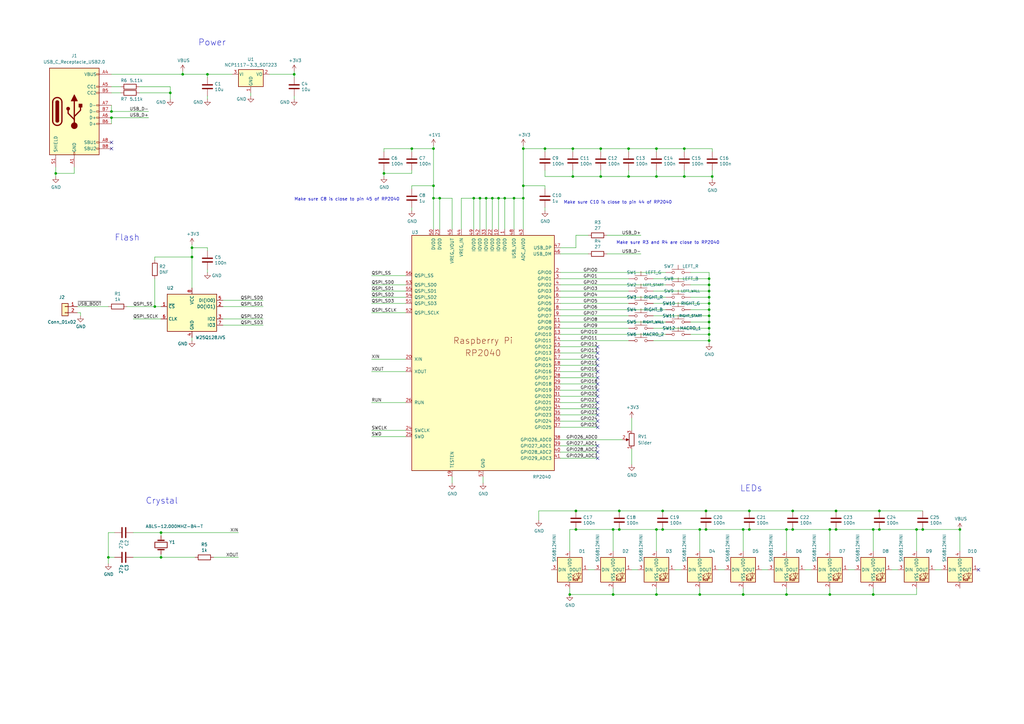
<source format=kicad_sch>
(kicad_sch (version 20211123) (generator eeschema)
  (paper "A3")
  (title_block (title "RP2040 Minimal Design Example") (date "2020-12-18") (rev "REV1") (company "Raspberry Pi (Trading) Ltd"))
  (lib_symbols
    (symbol "Connector:USB_C_Receptacle_USB2.0" (pin_names (offset 1.016))
      (property "Reference" "J" (at -10.16 19.05 0))
      (property "Value" "USB_C_Receptacle_USB2.0" (at 19.05 19.05 0))
      (symbol "USB_C_Receptacle_USB2.0_1_1"
        (pin passive line (at 0 -22.86 90) (length 5.08) (name "GND") (number "A1"))
        (pin passive line (at 0 -22.86 90) (length 5.08) hide (name "GND") (number "A12"))
        (pin passive line (at 15.24 15.24 180) (length 5.08) (name "VBUS") (number "A4"))
        (pin bidirectional line (at 15.24 10.16 180) (length 5.08) (name "CC1") (number "A5"))
        (pin bidirectional line (at 15.24 -2.54 180) (length 5.08) (name "D+") (number "A6"))
        (pin bidirectional line (at 15.24 2.54 180) (length 5.08) (name "D-") (number "A7"))
        (pin bidirectional line (at 15.24 -12.7 180) (length 5.08) (name "SBU1") (number "A8"))
        (pin passive line (at 15.24 15.24 180) (length 5.08) hide (name "VBUS") (number "A9"))
        (pin passive line (at 0 -22.86 90) (length 5.08) hide (name "GND") (number "B1"))
        (pin passive line (at 0 -22.86 90) (length 5.08) hide (name "GND") (number "B12"))
        (pin passive line (at 15.24 15.24 180) (length 5.08) hide (name "VBUS") (number "B4"))
        (pin bidirectional line (at 15.24 7.62 180) (length 5.08) (name "CC2") (number "B5"))
        (pin bidirectional line (at 15.24 -5.08 180) (length 5.08) (name "D+") (number "B6"))
        (pin bidirectional line (at 15.24 0 180) (length 5.08) (name "D-") (number "B7"))
        (pin bidirectional line (at 15.24 -15.24 180) (length 5.08) (name "SBU2") (number "B8"))
        (pin passive line (at 15.24 15.24 180) (length 5.08) hide (name "VBUS") (number "B9"))
        (pin passive line (at -7.62 -22.86 90) (length 5.08) (name "SHIELD") (number "S1"))
      )
    )
    (symbol "Connector_Generic:Conn_01x02" (pin_names (offset 1.016) hide)
      (property "Reference" "J" (at 0 2.54 0))
      (property "Value" "Conn_01x02" (at 0 -5.08 0))
      (symbol "Conn_01x02_1_1"
        (pin passive line (at -5.08 0 0) (length 3.81) (name "Pin_1") (number "1"))
        (pin passive line (at -5.08 -2.54 0) (length 3.81) (name "Pin_2") (number "2"))
      )
    )
    (symbol "Device:C" (pin_numbers hide) (pin_names (offset 0.254))
      (property "Reference" "C" (at 0.635 2.54 0))
      (property "Value" "C" (at 0.635 -2.54 0))
      (symbol "C_1_1"
        (pin passive line (at 0 3.81 270) (length 2.794) (name "~") (number "1"))
        (pin passive line (at 0 -3.81 90) (length 2.794) (name "~") (number "2"))
      )
    )
    (symbol "Device:Crystal" (pin_numbers hide) (pin_names (offset 1.016) hide)
      (property "Reference" "Y" (at 0 3.81 0))
      (property "Value" "Crystal" (at 0 -3.81 0))
      (symbol "Crystal_1_1"
        (pin passive line (at -3.81 0 0) (length 1.27) (name "1") (number "1"))
        (pin passive line (at 3.81 0 180) (length 1.27) (name "2") (number "2"))
      )
    )
    (symbol "Device:R" (pin_numbers hide) (pin_names (offset 0))
      (property "Reference" "R" (at 2.032 0 90))
      (property "Value" "R" (at 0 0 90))
      (symbol "R_1_1"
        (pin passive line (at 0 3.81 270) (length 1.27) (name "~") (number "1"))
        (pin passive line (at 0 -3.81 90) (length 1.27) (name "~") (number "2"))
      )
    )
    (symbol "Device:R_Potentiometer" (pin_names (offset 1.016) hide)
      (property "Reference" "RV" (at -4.445 0 90))
      (property "Value" "R_Potentiometer" (at -2.54 0 90))
      (symbol "R_Potentiometer_1_1"
        (pin passive line (at 0 3.81 270) (length 1.27) (name "1") (number "1"))
        (pin passive line (at 3.81 0 180) (length 1.27) (name "2") (number "2"))
        (pin passive line (at 0 -3.81 90) (length 1.27) (name "3") (number "3"))
      )
    )
    (symbol "LED:SK6812MINI" (pin_names (offset 0.254))
      (property "Reference" "D" (at 5.08 5.715 0))
      (property "Value" "SK6812MINI" (at 1.27 -5.715 0))
      (symbol "SK6812MINI_0_0"
        (text "RGB" (at 2.286 -4.191 0) (effects (font (size 0.762 0.762))))
      )
      (symbol "SK6812MINI_1_1"
        (pin output line (at 7.62 0 180) (length 2.54) (name "DOUT") (number "1"))
        (pin power_in line (at 0 -7.62 90) (length 2.54) (name "VSS") (number "2"))
        (pin input line (at -7.62 0 0) (length 2.54) (name "DIN") (number "3"))
        (pin power_in line (at 0 7.62 270) (length 2.54) (name "VDD") (number "4"))
      )
    )
    (symbol "MCU_RaspberryPi_RP2040:RP2040" (pin_names (offset 1.016))
      (property "Reference" "U" (at -29.21 49.53 0))
      (property "Value" "RP2040" (at 24.13 -49.53 0))
      (symbol "RP2040_0_0"
        (text "Raspberry Pi" (at 0 5.08 0) (effects (font (size 2.54 2.54))))
        (text "RP2040" (at 0 0 0) (effects (font (size 2.54 2.54))))
      )
      (symbol "RP2040_1_1"
        (pin power_in line (at 8.89 50.8 270) (length 2.54) (name "IOVDD") (number "1"))
        (pin power_in line (at 6.35 50.8 270) (length 2.54) (name "IOVDD") (number "10"))
        (pin bidirectional line (at 31.75 12.7 180) (length 2.54) (name "GPIO8") (number "11"))
        (pin bidirectional line (at 31.75 10.16 180) (length 2.54) (name "GPIO9") (number "12"))
        (pin bidirectional line (at 31.75 7.62 180) (length 2.54) (name "GPIO10") (number "13"))
        (pin bidirectional line (at 31.75 5.08 180) (length 2.54) (name "GPIO11") (number "14"))
        (pin bidirectional line (at 31.75 2.54 180) (length 2.54) (name "GPIO12") (number "15"))
        (pin bidirectional line (at 31.75 0 180) (length 2.54) (name "GPIO13") (number "16"))
        (pin bidirectional line (at 31.75 -2.54 180) (length 2.54) (name "GPIO14") (number "17"))
        (pin bidirectional line (at 31.75 -5.08 180) (length 2.54) (name "GPIO15") (number "18"))
        (pin passive line (at -12.7 -50.8 90) (length 2.54) (name "TESTEN") (number "19"))
        (pin bidirectional line (at 31.75 33.02 180) (length 2.54) (name "GPIO0") (number "2"))
        (pin input line (at -31.75 -2.54 0) (length 2.54) (name "XIN") (number "20"))
        (pin passive line (at -31.75 -7.62 0) (length 2.54) (name "XOUT") (number "21"))
        (pin power_in line (at 3.81 50.8 270) (length 2.54) (name "IOVDD") (number "22"))
        (pin power_in line (at -17.78 50.8 270) (length 2.54) (name "DVDD") (number "23"))
        (pin output line (at -31.75 -31.75 0) (length 2.54) (name "SWCLK") (number "24"))
        (pin bidirectional line (at -31.75 -34.29 0) (length 2.54) (name "SWD") (number "25"))
        (pin input line (at -31.75 -20.32 0) (length 2.54) (name "RUN") (number "26"))
        (pin bidirectional line (at 31.75 -7.62 180) (length 2.54) (name "GPIO16") (number "27"))
        (pin bidirectional line (at 31.75 -10.16 180) (length 2.54) (name "GPIO17") (number "28"))
        (pin bidirectional line (at 31.75 -12.7 180) (length 2.54) (name "GPIO18") (number "29"))
        (pin bidirectional line (at 31.75 30.48 180) (length 2.54) (name "GPIO1") (number "3"))
        (pin bidirectional line (at 31.75 -15.24 180) (length 2.54) (name "GPIO19") (number "30"))
        (pin bidirectional line (at 31.75 -17.78 180) (length 2.54) (name "GPIO20") (number "31"))
        (pin bidirectional line (at 31.75 -20.32 180) (length 2.54) (name "GPIO21") (number "32"))
        (pin power_in line (at 1.27 50.8 270) (length 2.54) (name "IOVDD") (number "33"))
        (pin bidirectional line (at 31.75 -22.86 180) (length 2.54) (name "GPIO22") (number "34"))
        (pin bidirectional line (at 31.75 -25.4 180) (length 2.54) (name "GPIO23") (number "35"))
        (pin bidirectional line (at 31.75 -27.94 180) (length 2.54) (name "GPIO24") (number "36"))
        (pin bidirectional line (at 31.75 -30.48 180) (length 2.54) (name "GPIO25") (number "37"))
        (pin bidirectional line (at 31.75 -35.56 180) (length 2.54) (name "GPIO26_ADC0") (number "38"))
        (pin bidirectional line (at 31.75 -38.1 180) (length 2.54) (name "GPIO27_ADC1") (number "39"))
        (pin bidirectional line (at 31.75 27.94 180) (length 2.54) (name "GPIO2") (number "4"))
        (pin bidirectional line (at 31.75 -40.64 180) (length 2.54) (name "GPIO28_ADC2") (number "40"))
        (pin bidirectional line (at 31.75 -43.18 180) (length 2.54) (name "GPIO29_ADC3") (number "41"))
        (pin power_in line (at -1.27 50.8 270) (length 2.54) (name "IOVDD") (number "42"))
        (pin power_in line (at 16.51 50.8 270) (length 2.54) (name "ADC_AVDD") (number "43"))
        (pin power_in line (at -8.89 50.8 270) (length 2.54) (name "VREG_IN") (number "44"))
        (pin power_out line (at -12.7 50.8 270) (length 2.54) (name "VREG_VOUT") (number "45"))
        (pin bidirectional line (at 31.75 40.64 180) (length 2.54) (name "USB_DM") (number "46"))
        (pin bidirectional line (at 31.75 43.18 180) (length 2.54) (name "USB_DP") (number "47"))
        (pin power_in line (at 12.7 50.8 270) (length 2.54) (name "USB_VDD") (number "48"))
        (pin power_in line (at -3.81 50.8 270) (length 2.54) (name "IOVDD") (number "49"))
        (pin bidirectional line (at 31.75 25.4 180) (length 2.54) (name "GPIO3") (number "5"))
        (pin power_in line (at -20.32 50.8 270) (length 2.54) (name "DVDD") (number "50"))
        (pin bidirectional line (at -31.75 20.32 0) (length 2.54) (name "QSPI_SD3") (number "51"))
        (pin output line (at -31.75 16.51 0) (length 2.54) (name "QSPI_SCLK") (number "52"))
        (pin bidirectional line (at -31.75 27.94 0) (length 2.54) (name "QSPI_SD0") (number "53"))
        (pin bidirectional line (at -31.75 22.86 0) (length 2.54) (name "QSPI_SD2") (number "54"))
        (pin bidirectional line (at -31.75 25.4 0) (length 2.54) (name "QSPI_SD1") (number "55"))
        (pin bidirectional line (at -31.75 31.75 0) (length 2.54) (name "QSPI_SS") (number "56"))
        (pin power_in line (at 0 -50.8 90) (length 2.54) (name "GND") (number "57"))
        (pin bidirectional line (at 31.75 22.86 180) (length 2.54) (name "GPIO4") (number "6"))
        (pin bidirectional line (at 31.75 20.32 180) (length 2.54) (name "GPIO5") (number "7"))
        (pin bidirectional line (at 31.75 17.78 180) (length 2.54) (name "GPIO6") (number "8"))
        (pin bidirectional line (at 31.75 15.24 180) (length 2.54) (name "GPIO7") (number "9"))
      )
    )
    (symbol "Memory_Flash:W25Q128JVS"
      (property "Reference" "U" (at -8.89 8.89 0))
      (property "Value" "W25Q128JVS" (at 7.62 8.89 0))
      (symbol "W25Q128JVS_1_1"
        (pin input line (at -12.7 2.54 0) (length 2.54) (name "~{CS}") (number "1"))
        (pin bidirectional line (at 12.7 2.54 180) (length 2.54) (name "DO(IO1)") (number "2"))
        (pin bidirectional line (at 12.7 -2.54 180) (length 2.54) (name "IO2") (number "3"))
        (pin power_in line (at 0 -10.16 90) (length 2.54) (name "GND") (number "4"))
        (pin bidirectional line (at 12.7 5.08 180) (length 2.54) (name "DI(IO0)") (number "5"))
        (pin input line (at -12.7 -2.54 0) (length 2.54) (name "CLK") (number "6"))
        (pin bidirectional line (at 12.7 -5.08 180) (length 2.54) (name "IO3") (number "7"))
        (pin power_in line (at 0 10.16 270) (length 2.54) (name "VCC") (number "8"))
      )
    )
    (symbol "Regulator_Linear:NCP1117-3.3_SOT223" (pin_names (offset 0.254))
      (property "Reference" "U" (at -3.81 3.175 0))
      (property "Value" "NCP1117-3.3_SOT223" (at 0 3.175 0))
      (symbol "NCP1117-3.3_SOT223_1_1"
        (pin power_in line (at 0 -7.62 90) (length 2.54) (name "GND") (number "1"))
        (pin power_out line (at 7.62 0 180) (length 2.54) (name "VO") (number "2"))
        (pin power_in line (at -7.62 0 0) (length 2.54) (name "VI") (number "3"))
      )
    )
    (symbol "Switch:SW_Push" (pin_numbers hide) (pin_names (offset 1.016) hide)
      (property "Reference" "SW" (at 1.27 2.54 0))
      (property "Value" "SW_Push" (at 0 -1.524 0))
      (symbol "SW_Push_0_1"
        (pin passive line (at -5.08 0 0) (length 2.54) (name "1") (number "1"))
        (pin passive line (at 5.08 0 180) (length 2.54) (name "2") (number "2"))
      )
    )
    (symbol "power:+1V1" (power) (pin_names (offset 0))
      (property "Value" "+1V1" (at 0 3.556 0))
      (symbol "+1V1_1_1"
        (pin power_in line (at 0 0 90) (length 0) hide (name "+1V1") (number "1"))
      )
    )
    (symbol "power:+3V3" (power) (pin_names (offset 0))
      (property "Value" "+3V3" (at 0 3.556 0))
      (symbol "+3V3_1_1"
        (pin power_in line (at 0 0 90) (length 0) hide (name "+3V3") (number "1"))
      )
    )
    (symbol "power:GND" (power) (pin_names (offset 0))
      (property "Value" "GND" (at 0 -3.81 0))
      (symbol "GND_1_1"
        (pin power_in line (at 0 0 270) (length 0) hide (name "GND") (number "1"))
      )
    )
    (symbol "power:VBUS" (power) (pin_names (offset 0))
      (property "Value" "VBUS" (at 0 3.81 0))
      (symbol "VBUS_1_1"
        (pin power_in line (at 0 0 90) (length 0) hide (name "VBUS") (number "1"))
      )
    )
  )
  (junction (at 180.34 81.28))
  (junction (at 78.74 105.41))
  (junction (at 280.67 72.39))
  (junction (at 257.81 72.39))
  (junction (at 63.5 125.73))
  (junction (at 236.22 209.55))
  (junction (at 177.8 81.28))
  (junction (at 287.02 217.17))
  (junction (at 44.45 228.6))
  (junction (at 360.68 209.55))
  (junction (at 325.12 209.55))
  (junction (at 168.91 60.96))
  (junction (at 66.04 218.44))
  (junction (at 360.68 217.17))
  (junction (at 271.78 217.17))
  (junction (at 246.38 72.39))
  (junction (at 234.95 60.96))
  (junction (at 251.46 243.84))
  (junction (at 292.1 72.39))
  (junction (at 393.7 217.17))
  (junction (at 199.39 81.28))
  (junction (at 254 209.55))
  (junction (at 177.8 76.2))
  (junction (at 290.83 132.08))
  (junction (at 269.24 60.96))
  (junction (at 234.95 72.39))
  (junction (at 120.65 30.48))
  (junction (at 290.83 137.16))
  (junction (at 290.83 124.46))
  (junction (at 307.34 209.55))
  (junction (at 290.83 119.38))
  (junction (at 269.24 72.39))
  (junction (at 214.63 76.2))
  (junction (at 45.72 45.72))
  (junction (at 78.74 101.6))
  (junction (at 85.09 30.48))
  (junction (at 290.83 116.84))
  (junction (at 201.93 81.28))
  (junction (at 358.14 243.84))
  (junction (at 289.56 217.17))
  (junction (at 280.67 60.96))
  (junction (at 236.22 217.17))
  (junction (at 307.34 217.17))
  (junction (at 157.48 71.12))
  (junction (at 290.83 114.3))
  (junction (at 342.9 217.17))
  (junction (at 233.68 243.84))
  (junction (at 22.86 71.12))
  (junction (at 194.31 81.28))
  (junction (at 325.12 217.17))
  (junction (at 207.01 81.28))
  (junction (at 69.85 38.1))
  (junction (at 304.8 217.17))
  (junction (at 45.72 48.26))
  (junction (at 322.58 243.84))
  (junction (at 66.04 228.6))
  (junction (at 290.83 121.92))
  (junction (at 214.63 81.28))
  (junction (at 378.46 217.17))
  (junction (at 74.93 30.48))
  (junction (at 358.14 217.17))
  (junction (at 290.83 134.62))
  (junction (at 271.78 209.55))
  (junction (at 177.8 60.96))
  (junction (at 289.56 209.55))
  (junction (at 257.81 60.96))
  (junction (at 340.36 217.17))
  (junction (at 290.83 129.54))
  (junction (at 251.46 217.17))
  (junction (at 246.38 60.96))
  (junction (at 223.52 60.96))
  (junction (at 204.47 81.28))
  (junction (at 287.02 243.84))
  (junction (at 269.24 217.17))
  (junction (at 290.83 139.7))
  (junction (at 375.92 217.17))
  (junction (at 304.8 243.84))
  (junction (at 290.83 127))
  (junction (at 269.24 243.84))
  (junction (at 322.58 217.17))
  (junction (at 214.63 60.96))
  (junction (at 196.85 81.28))
  (junction (at 254 217.17))
  (junction (at 210.82 81.28))
  (junction (at 342.9 209.55))
  (junction (at 340.36 243.84))
  (no_connect (at 45.72 58.42))
  (no_connect (at 45.72 60.96))
  (no_connect (at 245.11 175.26))
  (no_connect (at 245.11 160.02))
  (no_connect (at 245.11 162.56))
  (no_connect (at 245.11 165.1))
  (no_connect (at 245.11 147.32))
  (no_connect (at 245.11 149.86))
  (no_connect (at 245.11 152.4))
  (no_connect (at 245.11 142.24))
  (no_connect (at 245.11 144.78))
  (no_connect (at 245.11 154.94))
  (no_connect (at 245.11 157.48))
  (no_connect (at 245.11 167.64))
  (no_connect (at 245.11 170.18))
  (no_connect (at 245.11 172.72))
  (no_connect (at 245.11 182.88))
  (no_connect (at 245.11 185.42))
  (no_connect (at 245.11 187.96))
  (no_connect (at 401.32 233.68))
  (wire (pts (xy 78.74 101.6) (xy 78.74 105.41)))
  (wire (pts (xy 180.34 81.28) (xy 177.8 81.28)))
  (wire (pts (xy 196.85 81.28) (xy 199.39 81.28)))
  (wire (pts (xy 157.48 69.85) (xy 157.48 71.12)))
  (wire (pts (xy 290.83 137.16) (xy 290.83 139.7)))
  (wire (pts (xy 229.87 160.02) (xy 245.11 160.02)))
  (wire (pts (xy 185.42 81.28) (xy 180.34 81.28)))
  (wire (pts (xy 229.87 154.94) (xy 245.11 154.94)))
  (wire (pts (xy 289.56 209.55) (xy 307.34 209.55)))
  (wire (pts (xy 294.64 233.68) (xy 297.18 233.68)))
  (wire (pts (xy 287.02 241.3) (xy 287.02 243.84)))
  (wire (pts (xy 267.97 129.54) (xy 290.83 129.54)))
  (wire (pts (xy 290.83 132.08) (xy 283.21 132.08)))
  (wire (pts (xy 269.24 241.3) (xy 269.24 243.84)))
  (wire (pts (xy 257.81 62.23) (xy 257.81 60.96)))
  (wire (pts (xy 304.8 217.17) (xy 307.34 217.17)))
  (wire (pts (xy 267.97 114.3) (xy 290.83 114.3)))
  (wire (pts (xy 189.23 93.98) (xy 189.23 81.28)))
  (wire (pts (xy 207.01 81.28) (xy 207.01 93.98)))
  (wire (pts (xy 340.36 241.3) (xy 340.36 243.84)))
  (wire (pts (xy 229.87 147.32) (xy 245.11 147.32)))
  (wire (pts (xy 236.22 96.52) (xy 236.22 101.6)))
  (wire (pts (xy 22.86 68.58) (xy 22.86 71.12)))
  (wire (pts (xy 63.5 105.41) (xy 78.74 105.41)))
  (wire (pts (xy 259.08 233.68) (xy 261.62 233.68)))
  (wire (pts (xy 194.31 81.28) (xy 196.85 81.28)))
  (wire (pts (xy 152.4 119.38) (xy 166.37 119.38)))
  (wire (pts (xy 198.12 195.58) (xy 198.12 198.12)))
  (wire (pts (xy 229.87 116.84) (xy 273.05 116.84)))
  (wire (pts (xy 45.72 43.18) (xy 45.72 45.72)))
  (wire (pts (xy 358.14 217.17) (xy 360.68 217.17)))
  (wire (pts (xy 229.87 172.72) (xy 245.11 172.72)))
  (wire (pts (xy 214.63 60.96) (xy 223.52 60.96)))
  (wire (pts (xy 78.74 100.33) (xy 78.74 101.6)))
  (wire (pts (xy 166.37 128.27) (xy 152.4 128.27)))
  (wire (pts (xy 85.09 31.75) (xy 85.09 30.48)))
  (wire (pts (xy 78.74 138.43) (xy 78.74 139.7)))
  (wire (pts (xy 210.82 93.98) (xy 210.82 81.28)))
  (wire (pts (xy 223.52 77.47) (xy 223.52 76.2)))
  (wire (pts (xy 229.87 144.78) (xy 245.11 144.78)))
  (wire (pts (xy 223.52 85.09) (xy 223.52 86.36)))
  (wire (pts (xy 271.78 217.17) (xy 287.02 217.17)))
  (wire (pts (xy 233.68 217.17) (xy 236.22 217.17)))
  (wire (pts (xy 290.83 121.92) (xy 283.21 121.92)))
  (wire (pts (xy 229.87 139.7) (xy 257.81 139.7)))
  (wire (pts (xy 280.67 72.39) (xy 269.24 72.39)))
  (wire (pts (xy 290.83 140.97) (xy 290.83 139.7)))
  (wire (pts (xy 22.86 71.12) (xy 30.48 71.12)))
  (wire (pts (xy 166.37 152.4) (xy 152.4 152.4)))
  (wire (pts (xy 257.81 69.85) (xy 257.81 72.39)))
  (wire (pts (xy 229.87 114.3) (xy 257.81 114.3)))
  (wire (pts (xy 214.63 76.2) (xy 214.63 81.28)))
  (wire (pts (xy 196.85 93.98) (xy 196.85 81.28)))
  (wire (pts (xy 57.15 35.56) (xy 69.85 35.56)))
  (wire (pts (xy 91.44 125.73) (xy 107.95 125.73)))
  (wire (pts (xy 234.95 62.23) (xy 234.95 60.96)))
  (wire (pts (xy 233.68 226.06) (xy 233.68 217.17)))
  (wire (pts (xy 254 209.55) (xy 271.78 209.55)))
  (wire (pts (xy 185.42 93.98) (xy 185.42 81.28)))
  (wire (pts (xy 358.14 217.17) (xy 358.14 226.06)))
  (wire (pts (xy 168.91 76.2) (xy 177.8 76.2)))
  (wire (pts (xy 45.72 48.26) (xy 60.96 48.26)))
  (wire (pts (xy 229.87 132.08) (xy 273.05 132.08)))
  (wire (pts (xy 236.22 209.55) (xy 254 209.55)))
  (wire (pts (xy 120.65 30.48) (xy 120.65 29.21)))
  (wire (pts (xy 85.09 110.49) (xy 85.09 111.76)))
  (wire (pts (xy 229.87 149.86) (xy 245.11 149.86)))
  (wire (pts (xy 120.65 31.75) (xy 120.65 30.48)))
  (wire (pts (xy 325.12 217.17) (xy 340.36 217.17)))
  (wire (pts (xy 168.91 62.23) (xy 168.91 60.96)))
  (wire (pts (xy 194.31 93.98) (xy 194.31 81.28)))
  (wire (pts (xy 375.92 217.17) (xy 378.46 217.17)))
  (wire (pts (xy 271.78 209.55) (xy 289.56 209.55)))
  (wire (pts (xy 289.56 217.17) (xy 304.8 217.17)))
  (wire (pts (xy 52.07 125.73) (xy 63.5 125.73)))
  (wire (pts (xy 229.87 165.1) (xy 245.11 165.1)))
  (wire (pts (xy 358.14 243.84) (xy 375.92 243.84)))
  (wire (pts (xy 290.83 129.54) (xy 290.83 132.08)))
  (wire (pts (xy 157.48 62.23) (xy 157.48 60.96)))
  (wire (pts (xy 287.02 243.84) (xy 304.8 243.84)))
  (wire (pts (xy 280.67 69.85) (xy 280.67 72.39)))
  (wire (pts (xy 152.4 147.32) (xy 166.37 147.32)))
  (wire (pts (xy 287.02 217.17) (xy 289.56 217.17)))
  (wire (pts (xy 375.92 243.84) (xy 375.92 241.3)))
  (wire (pts (xy 236.22 209.55) (xy 220.98 209.55)))
  (wire (pts (xy 229.87 182.88) (xy 245.11 182.88)))
  (wire (pts (xy 229.87 101.6) (xy 236.22 101.6)))
  (wire (pts (xy 375.92 217.17) (xy 375.92 226.06)))
  (wire (pts (xy 157.48 60.96) (xy 168.91 60.96)))
  (wire (pts (xy 322.58 243.84) (xy 340.36 243.84)))
  (wire (pts (xy 45.72 35.56) (xy 49.53 35.56)))
  (wire (pts (xy 322.58 217.17) (xy 322.58 226.06)))
  (wire (pts (xy 290.83 116.84) (xy 283.21 116.84)))
  (wire (pts (xy 204.47 93.98) (xy 204.47 81.28)))
  (wire (pts (xy 45.72 48.26) (xy 45.72 50.8)))
  (wire (pts (xy 267.97 119.38) (xy 290.83 119.38)))
  (wire (pts (xy 365.76 233.68) (xy 368.3 233.68)))
  (wire (pts (xy 234.95 69.85) (xy 234.95 72.39)))
  (wire (pts (xy 199.39 93.98) (xy 199.39 81.28)))
  (wire (pts (xy 166.37 176.53) (xy 152.4 176.53)))
  (wire (pts (xy 269.24 243.84) (xy 287.02 243.84)))
  (wire (pts (xy 210.82 81.28) (xy 214.63 81.28)))
  (wire (pts (xy 229.87 180.34) (xy 255.27 180.34)))
  (wire (pts (xy 234.95 72.39) (xy 223.52 72.39)))
  (wire (pts (xy 269.24 217.17) (xy 269.24 226.06)))
  (wire (pts (xy 248.92 96.52) (xy 262.89 96.52)))
  (wire (pts (xy 85.09 101.6) (xy 78.74 101.6)))
  (wire (pts (xy 189.23 81.28) (xy 194.31 81.28)))
  (wire (pts (xy 152.4 116.84) (xy 166.37 116.84)))
  (wire (pts (xy 95.25 30.48) (xy 85.09 30.48)))
  (wire (pts (xy 322.58 241.3) (xy 322.58 243.84)))
  (wire (pts (xy 229.87 162.56) (xy 245.11 162.56)))
  (wire (pts (xy 290.83 114.3) (xy 290.83 116.84)))
  (wire (pts (xy 269.24 217.17) (xy 271.78 217.17)))
  (wire (pts (xy 31.75 128.27) (xy 33.02 128.27)))
  (wire (pts (xy 220.98 209.55) (xy 220.98 213.36)))
  (wire (pts (xy 259.08 171.45) (xy 259.08 176.53)))
  (wire (pts (xy 157.48 71.12) (xy 168.91 71.12)))
  (wire (pts (xy 152.4 121.92) (xy 166.37 121.92)))
  (wire (pts (xy 168.91 85.09) (xy 168.91 86.36)))
  (wire (pts (xy 74.93 30.48) (xy 85.09 30.48)))
  (wire (pts (xy 241.3 233.68) (xy 243.84 233.68)))
  (wire (pts (xy 44.45 228.6) (xy 44.45 231.14)))
  (wire (pts (xy 229.87 187.96) (xy 245.11 187.96)))
  (wire (pts (xy 54.61 218.44) (xy 66.04 218.44)))
  (wire (pts (xy 85.09 39.37) (xy 85.09 40.64)))
  (wire (pts (xy 45.72 30.48) (xy 74.93 30.48)))
  (wire (pts (xy 267.97 124.46) (xy 290.83 124.46)))
  (wire (pts (xy 287.02 217.17) (xy 287.02 226.06)))
  (wire (pts (xy 229.87 167.64) (xy 245.11 167.64)))
  (wire (pts (xy 33.02 128.27) (xy 33.02 129.54)))
  (wire (pts (xy 85.09 102.87) (xy 85.09 101.6)))
  (wire (pts (xy 304.8 217.17) (xy 304.8 226.06)))
  (wire (pts (xy 66.04 218.44) (xy 97.79 218.44)))
  (wire (pts (xy 229.87 142.24) (xy 245.11 142.24)))
  (wire (pts (xy 177.8 60.96) (xy 177.8 76.2)))
  (wire (pts (xy 110.49 30.48) (xy 120.65 30.48)))
  (wire (pts (xy 290.83 134.62) (xy 290.83 137.16)))
  (wire (pts (xy 166.37 113.03) (xy 152.4 113.03)))
  (wire (pts (xy 91.44 130.81) (xy 107.95 130.81)))
  (wire (pts (xy 292.1 62.23) (xy 292.1 60.96)))
  (wire (pts (xy 229.87 157.48) (xy 245.11 157.48)))
  (wire (pts (xy 342.9 217.17) (xy 358.14 217.17)))
  (wire (pts (xy 78.74 105.41) (xy 78.74 118.11)))
  (wire (pts (xy 177.8 76.2) (xy 177.8 81.28)))
  (wire (pts (xy 280.67 72.39) (xy 292.1 72.39)))
  (wire (pts (xy 87.63 228.6) (xy 97.79 228.6)))
  (wire (pts (xy 166.37 179.07) (xy 152.4 179.07)))
  (wire (pts (xy 44.45 218.44) (xy 44.45 228.6)))
  (wire (pts (xy 54.61 130.81) (xy 66.04 130.81)))
  (wire (pts (xy 259.08 184.15) (xy 259.08 190.5)))
  (wire (pts (xy 69.85 35.56) (xy 69.85 38.1)))
  (wire (pts (xy 45.72 45.72) (xy 60.96 45.72)))
  (wire (pts (xy 290.83 132.08) (xy 290.83 134.62)))
  (wire (pts (xy 383.54 233.68) (xy 386.08 233.68)))
  (wire (pts (xy 290.83 137.16) (xy 283.21 137.16)))
  (wire (pts (xy 248.92 104.14) (xy 262.89 104.14)))
  (wire (pts (xy 168.91 60.96) (xy 177.8 60.96)))
  (wire (pts (xy 229.87 170.18) (xy 245.11 170.18)))
  (wire (pts (xy 290.83 121.92) (xy 290.83 124.46)))
  (wire (pts (xy 290.83 114.3) (xy 290.83 111.76)))
  (wire (pts (xy 229.87 119.38) (xy 257.81 119.38)))
  (wire (pts (xy 44.45 125.73) (xy 31.75 125.73)))
  (wire (pts (xy 30.48 68.58) (xy 30.48 71.12)))
  (wire (pts (xy 269.24 60.96) (xy 280.67 60.96)))
  (wire (pts (xy 236.22 217.17) (xy 251.46 217.17)))
  (wire (pts (xy 66.04 228.6) (xy 80.01 228.6)))
  (wire (pts (xy 322.58 217.17) (xy 325.12 217.17)))
  (wire (pts (xy 378.46 217.17) (xy 393.7 217.17)))
  (wire (pts (xy 340.36 217.17) (xy 342.9 217.17)))
  (wire (pts (xy 251.46 217.17) (xy 254 217.17)))
  (wire (pts (xy 63.5 106.68) (xy 63.5 105.41)))
  (wire (pts (xy 207.01 81.28) (xy 210.82 81.28)))
  (wire (pts (xy 340.36 243.84) (xy 358.14 243.84)))
  (wire (pts (xy 45.72 38.1) (xy 49.53 38.1)))
  (wire (pts (xy 280.67 60.96) (xy 292.1 60.96)))
  (wire (pts (xy 358.14 241.3) (xy 358.14 243.84)))
  (wire (pts (xy 204.47 81.28) (xy 207.01 81.28)))
  (wire (pts (xy 360.68 209.55) (xy 378.46 209.55)))
  (wire (pts (xy 233.68 243.84) (xy 251.46 243.84)))
  (wire (pts (xy 102.87 38.1) (xy 102.87 39.37)))
  (wire (pts (xy 63.5 125.73) (xy 66.04 125.73)))
  (wire (pts (xy 347.98 233.68) (xy 350.52 233.68)))
  (wire (pts (xy 229.87 134.62) (xy 257.81 134.62)))
  (wire (pts (xy 180.34 93.98) (xy 180.34 81.28)))
  (wire (pts (xy 269.24 69.85) (xy 269.24 72.39)))
  (wire (pts (xy 214.63 76.2) (xy 223.52 76.2)))
  (wire (pts (xy 91.44 123.19) (xy 107.95 123.19)))
  (wire (pts (xy 46.99 218.44) (xy 44.45 218.44)))
  (wire (pts (xy 199.39 81.28) (xy 201.93 81.28)))
  (wire (pts (xy 69.85 38.1) (xy 69.85 40.64)))
  (wire (pts (xy 342.9 209.55) (xy 360.68 209.55)))
  (wire (pts (xy 120.65 39.37) (xy 120.65 40.64)))
  (wire (pts (xy 229.87 175.26) (xy 245.11 175.26)))
  (wire (pts (xy 251.46 241.3) (xy 251.46 243.84)))
  (wire (pts (xy 292.1 69.85) (xy 292.1 72.39)))
  (wire (pts (xy 254 217.17) (xy 269.24 217.17)))
  (wire (pts (xy 290.83 116.84) (xy 290.83 119.38)))
  (wire (pts (xy 223.52 69.85) (xy 223.52 72.39)))
  (wire (pts (xy 393.7 217.17) (xy 393.7 226.06)))
  (wire (pts (xy 307.34 217.17) (xy 322.58 217.17)))
  (wire (pts (xy 74.93 29.21) (xy 74.93 30.48)))
  (wire (pts (xy 177.8 81.28) (xy 177.8 93.98)))
  (wire (pts (xy 229.87 129.54) (xy 257.81 129.54)))
  (wire (pts (xy 257.81 72.39) (xy 246.38 72.39)))
  (wire (pts (xy 290.83 111.76) (xy 283.21 111.76)))
  (wire (pts (xy 290.83 127) (xy 290.83 129.54)))
  (wire (pts (xy 229.87 152.4) (xy 245.11 152.4)))
  (wire (pts (xy 246.38 72.39) (xy 234.95 72.39)))
  (wire (pts (xy 185.42 195.58) (xy 185.42 198.12)))
  (wire (pts (xy 223.52 62.23) (xy 223.52 60.96)))
  (wire (pts (xy 177.8 59.69) (xy 177.8 60.96)))
  (wire (pts (xy 269.24 62.23) (xy 269.24 60.96)))
  (wire (pts (xy 325.12 209.55) (xy 342.9 209.55)))
  (wire (pts (xy 267.97 134.62) (xy 290.83 134.62)))
  (wire (pts (xy 229.87 124.46) (xy 257.81 124.46)))
  (wire (pts (xy 229.87 121.92) (xy 273.05 121.92)))
  (wire (pts (xy 214.63 60.96) (xy 214.63 76.2)))
  (wire (pts (xy 229.87 127) (xy 273.05 127)))
  (wire (pts (xy 360.68 217.17) (xy 375.92 217.17)))
  (wire (pts (xy 152.4 124.46) (xy 166.37 124.46)))
  (wire (pts (xy 63.5 114.3) (xy 63.5 125.73)))
  (wire (pts (xy 66.04 227.33) (xy 66.04 228.6)))
  (wire (pts (xy 304.8 243.84) (xy 322.58 243.84)))
  (wire (pts (xy 166.37 165.1) (xy 152.4 165.1)))
  (wire (pts (xy 214.63 59.69) (xy 214.63 60.96)))
  (wire (pts (xy 251.46 243.84) (xy 269.24 243.84)))
  (wire (pts (xy 91.44 133.35) (xy 107.95 133.35)))
  (wire (pts (xy 236.22 96.52) (xy 241.3 96.52)))
  (wire (pts (xy 233.68 241.3) (xy 233.68 243.84)))
  (wire (pts (xy 229.87 137.16) (xy 273.05 137.16)))
  (wire (pts (xy 290.83 119.38) (xy 290.83 121.92)))
  (wire (pts (xy 307.34 209.55) (xy 325.12 209.55)))
  (wire (pts (xy 290.83 127) (xy 283.21 127)))
  (wire (pts (xy 280.67 62.23) (xy 280.67 60.96)))
  (wire (pts (xy 66.04 219.71) (xy 66.04 218.44)))
  (wire (pts (xy 251.46 217.17) (xy 251.46 226.06)))
  (wire (pts (xy 292.1 72.39) (xy 292.1 73.66)))
  (wire (pts (xy 46.99 228.6) (xy 44.45 228.6)))
  (wire (pts (xy 269.24 72.39) (xy 257.81 72.39)))
  (wire (pts (xy 201.93 81.28) (xy 204.47 81.28)))
  (wire (pts (xy 54.61 228.6) (xy 66.04 228.6)))
  (wire (pts (xy 276.86 233.68) (xy 279.4 233.68)))
  (wire (pts (xy 214.63 81.28) (xy 214.63 93.98)))
  (wire (pts (xy 257.81 60.96) (xy 269.24 60.96)))
  (wire (pts (xy 246.38 60.96) (xy 257.81 60.96)))
  (wire (pts (xy 267.97 139.7) (xy 290.83 139.7)))
  (wire (pts (xy 246.38 69.85) (xy 246.38 72.39)))
  (wire (pts (xy 229.87 185.42) (xy 245.11 185.42)))
  (wire (pts (xy 157.48 71.12) (xy 157.48 72.39)))
  (wire (pts (xy 290.83 124.46) (xy 290.83 127)))
  (wire (pts (xy 304.8 241.3) (xy 304.8 243.84)))
  (wire (pts (xy 22.86 71.12) (xy 22.86 72.39)))
  (wire (pts (xy 168.91 71.12) (xy 168.91 69.85)))
  (wire (pts (xy 168.91 77.47) (xy 168.91 76.2)))
  (wire (pts (xy 340.36 217.17) (xy 340.36 226.06)))
  (wire (pts (xy 246.38 62.23) (xy 246.38 60.96)))
  (wire (pts (xy 330.2 233.68) (xy 332.74 233.68)))
  (wire (pts (xy 57.15 38.1) (xy 69.85 38.1)))
  (wire (pts (xy 229.87 104.14) (xy 241.3 104.14)))
  (wire (pts (xy 234.95 60.96) (xy 246.38 60.96)))
  (wire (pts (xy 201.93 93.98) (xy 201.93 81.28)))
  (wire (pts (xy 312.42 233.68) (xy 314.96 233.68)))
  (wire (pts (xy 223.52 60.96) (xy 234.95 60.96)))
  (wire (pts (xy 229.87 111.76) (xy 273.05 111.76)))
  (text "LEDs" (at 303.53 201.93 0) (effects (font (size 2.54 2.54)) (justify left bottom)))
  (text "Make sure C10 is close to pin 44 of RP2040" (at 231.14 83.82 0) (effects (font (size 1.27 1.27)) (justify left bottom)))
  (text "Power" (at 81.28 19.05 0) (effects (font (size 2.54 2.54)) (justify left bottom)))
  (text "Crystal" (at 59.69 207.01 0) (effects (font (size 2.54 2.54)) (justify left bottom)))
  (text "Make sure C8 is close to pin 45 of RP2040" (at 120.65 82.55 0) (effects (font (size 1.27 1.27)) (justify left bottom)))
  (text "Flash" (at 46.99 99.06 0) (effects (font (size 2.54 2.54)) (justify left bottom)))
  (text "Make sure R3 and R4 are close to RP2040" (at 252.73 100.33 0) (effects (font (size 1.27 1.27)) (justify left bottom)))
  (label "GPIO24" (at 245.11 172.72 180))
  (label "XIN" (at 97.79 218.44 180))
  (label "XOUT" (at 152.4 152.4 0))
  (label "GPIO11" (at 245.11 139.7 180))
  (label "GPIO0" (at 245.11 111.76 180))
  (label "USB_D-" (at 262.89 104.14 180))
  (label "QSPI_SD2" (at 152.4 121.92 0))
  (label "GPIO12" (at 245.11 142.24 180))
  (label "GPIO26_ADC0" (at 245.11 180.34 180))
  (label "RUN" (at 152.4 165.1 0))
  (label "GPIO22" (at 245.11 167.64 180))
  (label "GPIO10" (at 245.11 137.16 180))
  (label "GPIO13" (at 245.11 144.78 180))
  (label "QSPI_SD2" (at 107.95 130.81 180))
  (label "GPIO2" (at 245.11 116.84 180))
  (label "GPIO5" (at 245.11 124.46 180))
  (label "GPIO7" (at 245.11 129.54 180))
  (label "QSPI_SS" (at 152.4 113.03 0))
  (label "QSPI_SCLK" (at 54.61 130.81 0))
  (label "USB_D-" (at 60.96 45.72 180))
  (label "~{USB_BOOT}" (at 31.75 125.73 0))
  (label "GPIO9" (at 245.11 134.62 180))
  (label "QSPI_SD1" (at 152.4 119.38 0))
  (label "SWD" (at 152.4 179.07 0))
  (label "GPIO28_ADC2" (at 245.11 185.42 180))
  (label "QSPI_SD1" (at 107.95 125.73 180))
  (label "QSPI_SD0" (at 107.95 123.19 180))
  (label "GPIO29_ADC3" (at 245.11 187.96 180))
  (label "QSPI_SD3" (at 107.95 133.35 180))
  (label "GPIO21" (at 245.11 165.1 180))
  (label "GPIO15" (at 245.11 149.86 180))
  (label "GPIO23" (at 245.11 170.18 180))
  (label "GPIO6" (at 245.11 127 180))
  (label "GPIO14" (at 245.11 147.32 180))
  (label "QSPI_SD3" (at 152.4 124.46 0))
  (label "GPIO3" (at 245.11 119.38 180))
  (label "XIN" (at 152.4 147.32 0))
  (label "GPIO1" (at 245.11 114.3 180))
  (label "GPIO16" (at 245.11 152.4 180))
  (label "QSPI_SD0" (at 152.4 116.84 0))
  (label "USB_D+" (at 262.89 96.52 180))
  (label "GPIO19" (at 245.11 160.02 180))
  (label "GPIO20" (at 245.11 162.56 180))
  (label "QSPI_SS" (at 54.61 125.73 0))
  (label "GPIO25" (at 245.11 175.26 180))
  (label "GPIO8" (at 245.11 132.08 180))
  (label "USB_D+" (at 60.96 48.26 180))
  (label "GPIO4" (at 245.11 121.92 180))
  (label "QSPI_SCLK" (at 152.4 128.27 0))
  (label "XOUT" (at 97.79 228.6 180))
  (label "GPIO27_ADC1" (at 245.11 182.88 180))
  (label "SWCLK" (at 152.4 176.53 0))
  (label "GPIO17" (at 245.11 154.94 180))
  (label "GPIO18" (at 245.11 157.48 180))
  (symbol (lib_id "MCU_RaspberryPi_RP2040:RP2040") (at 198.12 144.78 0) (unit 1)
    (property "Reference" "U3" (at 170.18 95.25 0))
    (property "Value" "RP2040" (at 222.25 195.58 0))
    (property "Footprint" "RP2040_minimal:RP2040-QFN-56" (effects hide))
  )
  (symbol (lib_id "Device:C") (at 50.8 218.44 270) (unit 1)
    (property "Reference" "C2" (at 51.9684 221.361 0) (effects (justify left)))
    (property "Value" "27p" (at 49.657 221.361 0) (effects (justify left)))
    (property "Footprint" "Capacitor_SMD:C_0402_1005Metric" (effects hide))
  )
  (symbol (lib_id "Device:C") (at 50.8 228.6 270) (unit 1)
    (property "Reference" "C3" (at 51.9684 231.521 0) (effects (justify left)))
    (property "Value" "27p" (at 49.657 231.521 0) (effects (justify left)))
    (property "Footprint" "Capacitor_SMD:C_0402_1005Metric" (effects hide))
  )
  (symbol (lib_id "power:GND") (at 44.45 231.14 0) (unit 1)
    (property "Reference" "#PWR06" (effects hide))
    (property "Value" "GND" (at 44.577 235.5342 0))
  )
  (symbol (lib_id "Memory_Flash:W25Q128JVS") (at 78.74 128.27 0) (unit 1)
    (property "Reference" "U2" (at 69.85 118.11 0))
    (property "Value" "W25Q128JVS" (at 86.36 138.43 0))
    (property "Footprint" "Package_SO:SOIC-8_5.23x5.23mm_P1.27mm" (effects hide))
    (property "Datasheet" "http://www.winbond.com/resource-files/w25q128jv_dtr%20revc%2003272018%20plus.pdf" (effects hide))
  )
  (symbol (lib_id "power:+3V3") (at 78.74 100.33 0) (unit 1)
    (property "Reference" "#PWR07" (effects hide))
    (property "Value" "+3V3" (at 79.121 95.9358 0))
  )
  (symbol (lib_id "power:GND") (at 78.74 139.7 0) (unit 1)
    (property "Reference" "#PWR08" (effects hide))
    (property "Value" "GND" (at 74.93 140.97 0))
  )
  (symbol (lib_id "Device:R") (at 63.5 110.49 0) (unit 1)
    (property "Reference" "R2" (at 65.278 109.3216 0) (effects (justify left)))
    (property "Value" "DNF" (at 65.278 111.633 0) (effects (justify left)))
    (property "Footprint" "Capacitor_SMD:C_0402_1005Metric" (effects hide))
  )
  (symbol (lib_id "Device:R") (at 48.26 125.73 270) (unit 1)
    (property "Reference" "R1" (at 48.26 120.4722 90))
    (property "Value" "1k" (at 48.26 122.7836 90))
    (property "Footprint" "Capacitor_SMD:C_0402_1005Metric" (effects hide))
  )
  (symbol (lib_id "Device:C") (at 85.09 106.68 0) (unit 1)
    (property "Reference" "C5" (at 88.011 105.5116 0) (effects (justify left)))
    (property "Value" "100n" (at 88.011 107.823 0) (effects (justify left)))
    (property "Footprint" "Capacitor_SMD:C_0402_1005Metric" (effects hide))
  )
  (symbol (lib_id "power:GND") (at 85.09 111.76 0) (unit 1)
    (property "Reference" "#PWR011" (effects hide))
    (property "Value" "GND" (at 88.9 113.03 0))
  )
  (symbol (lib_id "power:GND") (at 198.12 198.12 0) (unit 1)
    (property "Reference" "#PWR016" (effects hide))
    (property "Value" "GND" (at 198.247 202.5142 0))
  )
  (symbol (lib_id "power:GND") (at 185.42 198.12 0) (unit 1)
    (property "Reference" "#PWR015" (effects hide))
    (property "Value" "GND" (at 185.547 202.5142 0))
  )
  (symbol (lib_id "Device:R") (at 245.11 96.52 270) (unit 1)
    (property "Reference" "R3" (at 245.11 91.2622 90))
    (property "Value" "27" (at 245.11 93.5736 90))
    (property "Footprint" "Capacitor_SMD:C_0402_1005Metric" (effects hide))
  )
  (symbol (lib_id "Device:R") (at 245.11 104.14 270) (unit 1)
    (property "Reference" "R4" (at 245.11 98.8822 90))
    (property "Value" "27" (at 245.11 101.1936 90))
    (property "Footprint" "Capacitor_SMD:C_0402_1005Metric" (effects hide))
  )
  (symbol (lib_id "power:GND") (at 22.86 72.39 0) (unit 1)
    (property "Reference" "#PWR01" (effects hide))
    (property "Value" "GND" (at 22.987 76.7842 0))
  )
  (symbol (lib_id "power:+3V3") (at 214.63 59.69 0) (unit 1)
    (property "Reference" "#PWR017" (effects hide))
    (property "Value" "+3V3" (at 215.011 55.2958 0))
  )
  (symbol (lib_id "power:+1V1") (at 177.8 59.69 0) (unit 1)
    (property "Reference" "#PWR014" (effects hide))
    (property "Value" "+1V1" (at 178.181 55.2958 0))
  )
  (symbol (lib_id "Device:C") (at 223.52 66.04 0) (unit 1)
    (property "Reference" "C9" (at 226.441 64.8716 0) (effects (justify left)))
    (property "Value" "100n" (at 226.441 67.183 0) (effects (justify left)))
    (property "Footprint" "Capacitor_SMD:C_0402_1005Metric" (effects hide))
  )
  (symbol (lib_id "Device:C") (at 234.95 66.04 0) (unit 1)
    (property "Reference" "C11" (at 237.871 64.8716 0) (effects (justify left)))
    (property "Value" "100n" (at 237.871 67.183 0) (effects (justify left)))
    (property "Footprint" "Capacitor_SMD:C_0402_1005Metric" (effects hide))
  )
  (symbol (lib_id "Device:C") (at 246.38 66.04 0) (unit 1)
    (property "Reference" "C12" (at 249.301 64.8716 0) (effects (justify left)))
    (property "Value" "100n" (at 249.301 67.183 0) (effects (justify left)))
    (property "Footprint" "Capacitor_SMD:C_0402_1005Metric" (effects hide))
  )
  (symbol (lib_id "Device:C") (at 257.81 66.04 0) (unit 1)
    (property "Reference" "C13" (at 260.731 64.8716 0) (effects (justify left)))
    (property "Value" "100n" (at 260.731 67.183 0) (effects (justify left)))
    (property "Footprint" "Capacitor_SMD:C_0402_1005Metric" (effects hide))
  )
  (symbol (lib_id "Device:C") (at 269.24 66.04 0) (unit 1)
    (property "Reference" "C14" (at 272.161 64.8716 0) (effects (justify left)))
    (property "Value" "100n" (at 272.161 67.183 0) (effects (justify left)))
    (property "Footprint" "Capacitor_SMD:C_0402_1005Metric" (effects hide))
  )
  (symbol (lib_id "Device:C") (at 280.67 66.04 0) (unit 1)
    (property "Reference" "C15" (at 283.591 64.8716 0) (effects (justify left)))
    (property "Value" "100n" (at 283.591 67.183 0) (effects (justify left)))
    (property "Footprint" "Capacitor_SMD:C_0402_1005Metric" (effects hide))
  )
  (symbol (lib_id "Device:C") (at 292.1 66.04 0) (unit 1)
    (property "Reference" "C16" (at 295.021 64.8716 0) (effects (justify left)))
    (property "Value" "100n" (at 295.021 67.183 0) (effects (justify left)))
    (property "Footprint" "Capacitor_SMD:C_0402_1005Metric" (effects hide))
  )
  (symbol (lib_id "Device:C") (at 157.48 66.04 0) (unit 1)
    (property "Reference" "C6" (at 160.401 64.8716 0) (effects (justify left)))
    (property "Value" "100n" (at 160.401 67.183 0) (effects (justify left)))
    (property "Footprint" "Capacitor_SMD:C_0402_1005Metric" (effects hide))
  )
  (symbol (lib_id "Device:C") (at 168.91 66.04 0) (unit 1)
    (property "Reference" "C7" (at 171.831 64.8716 0) (effects (justify left)))
    (property "Value" "100n" (at 171.831 67.183 0) (effects (justify left)))
    (property "Footprint" "Capacitor_SMD:C_0402_1005Metric" (effects hide))
  )
  (symbol (lib_id "Device:C") (at 168.91 81.28 0) (unit 1)
    (property "Reference" "C8" (at 171.831 80.1116 0) (effects (justify left)))
    (property "Value" "1u" (at 171.831 82.423 0) (effects (justify left)))
    (property "Footprint" "Capacitor_SMD:C_0402_1005Metric" (effects hide))
  )
  (symbol (lib_id "Device:C") (at 223.52 81.28 0) (unit 1)
    (property "Reference" "C10" (at 226.441 80.1116 0) (effects (justify left)))
    (property "Value" "1u" (at 226.441 82.423 0) (effects (justify left)))
    (property "Footprint" "Capacitor_SMD:C_0402_1005Metric" (effects hide))
  )
  (symbol (lib_id "power:GND") (at 292.1 73.66 0) (unit 1)
    (property "Reference" "#PWR023" (effects hide))
    (property "Value" "GND" (at 292.227 78.0542 0))
  )
  (symbol (lib_id "power:GND") (at 157.48 72.39 0) (unit 1)
    (property "Reference" "#PWR012" (effects hide))
    (property "Value" "GND" (at 157.607 76.7842 0))
  )
  (symbol (lib_id "power:GND") (at 168.91 86.36 0) (unit 1)
    (property "Reference" "#PWR013" (effects hide))
    (property "Value" "GND" (at 169.037 90.7542 0))
  )
  (symbol (lib_id "power:GND") (at 223.52 86.36 0) (unit 1)
    (property "Reference" "#PWR018" (effects hide))
    (property "Value" "GND" (at 223.647 90.7542 0))
  )
  (symbol (lib_id "Regulator_Linear:NCP1117-3.3_SOT223") (at 102.87 30.48 0) (unit 1)
    (property "Reference" "U1" (at 102.87 24.3332 0))
    (property "Value" "NCP1117-3.3_SOT223" (at 102.87 26.6446 0))
    (property "Footprint" "Package_TO_SOT_SMD:SOT-223-3_TabPin2" (effects hide))
    (property "Datasheet" "http://www.onsemi.com/pub_link/Collateral/NCP1117-D.PDF" (effects hide))
  )
  (symbol (lib_id "power:VBUS") (at 74.93 29.21 0) (unit 1)
    (property "Reference" "#PWR03" (effects hide))
    (property "Value" "VBUS" (at 75.311 24.8158 0))
  )
  (symbol (lib_id "power:GND") (at 102.87 39.37 0) (unit 1)
    (property "Reference" "#PWR05" (effects hide))
    (property "Value" "GND" (at 99.06 40.64 0))
  )
  (symbol (lib_id "power:+3V3") (at 120.65 29.21 0) (unit 1)
    (property "Reference" "#PWR09" (effects hide))
    (property "Value" "+3V3" (at 121.031 24.8158 0))
  )
  (symbol (lib_id "Device:C") (at 85.09 35.56 0) (unit 1)
    (property "Reference" "C1" (at 88.011 34.3916 0) (effects (justify left)))
    (property "Value" "10u" (at 88.011 36.703 0) (effects (justify left)))
    (property "Footprint" "Capacitor_SMD:C_0805_2012Metric" (effects hide))
  )
  (symbol (lib_id "Device:C") (at 120.65 35.56 0) (unit 1)
    (property "Reference" "C4" (at 123.571 34.3916 0) (effects (justify left)))
    (property "Value" "10u" (at 123.571 36.703 0) (effects (justify left)))
    (property "Footprint" "Capacitor_SMD:C_0805_2012Metric" (effects hide))
  )
  (symbol (lib_id "power:GND") (at 85.09 40.64 0) (unit 1)
    (property "Reference" "#PWR04" (effects hide))
    (property "Value" "GND" (at 81.28 41.91 0))
  )
  (symbol (lib_id "power:GND") (at 120.65 40.64 0) (unit 1)
    (property "Reference" "#PWR010" (effects hide))
    (property "Value" "GND" (at 116.84 41.91 0))
  )
  (symbol (lib_id "Device:R") (at 83.82 228.6 270) (unit 1)
    (property "Reference" "R5" (at 83.82 223.3422 90))
    (property "Value" "1k" (at 83.82 225.6536 90))
    (property "Footprint" "Capacitor_SMD:C_0402_1005Metric" (effects hide))
  )
  (symbol (lib_id "Device:Crystal") (at 66.04 223.52 270) (unit 1)
    (property "Reference" "Y1" (at 69.3674 222.3516 90) (effects (justify left)))
    (property "Value" "ABLS-12.000MHZ-B4-T" (at 59.69 215.9 90) (effects (justify left)))
    (property "Footprint" "RP2040_minimal:Crystal_SMD_HC49-US" (effects hide))
  )
  (symbol (lib_id "Connector_Generic:Conn_01x02") (at 26.67 125.73 0) (mirror y) (unit 1)
    (property "Reference" "J2" (at 25.4 121.92 0))
    (property "Value" "Conn_01x02" (at 25.4 132.08 0))
    (property "Footprint" "Connector_PinHeader_2.54mm:PinHeader_1x02_P2.54mm_Vertical" (effects hide))
  )
  (symbol (lib_id "power:GND") (at 33.02 129.54 0) (unit 1)
    (property "Reference" "#PWR02" (effects hide))
    (property "Value" "GND" (at 33.147 133.9342 0))
  )
  (symbol (lib_id "LED:SK6812MINI") (at 340.36 233.68 0) (unit 1)
    (property "Reference" "D7" (at 345.44 226.06 0))
    (property "Value" "SK6812MINI" (at 334.01 224.79 90))
    (property "Footprint" "LED_SMD:LED_SK6812MINI_PLCC4_3.5x3.5mm_P1.75mm" (effects hide))
    (property "Datasheet" "https://cdn-shop.adafruit.com/product-files/2686/SK6812MINI_REV.01-1-2.pdf" (effects hide))
  )
  (symbol (lib_id "Device:C") (at 342.9 213.36 0) (unit 1)
    (property "Reference" "C23" (at 345.821 212.1916 0) (effects (justify left)))
    (property "Value" "100n" (at 345.821 214.503 0) (effects (justify left)))
    (property "Footprint" "Capacitor_SMD:C_0402_1005Metric" (effects hide))
  )
  (symbol (lib_id "Device:R") (at 53.34 38.1 90) (unit 1)
    (property "Reference" "R7" (at 50.8 40.64 90))
    (property "Value" "5.11k" (at 55.88 40.64 90))
    (property "Footprint" "Resistor_SMD:R_0402_1005Metric" (effects hide))
  )
  (symbol (lib_id "power:GND") (at 290.83 140.97 0) (unit 1)
    (property "Reference" "#PWR024" (effects hide))
    (property "Value" "GND" (at 290.957 145.3642 0))
  )
  (symbol (lib_id "Switch:SW_Push") (at 262.89 119.38 0) (unit 1)
    (property "Reference" "SW2" (at 259.08 116.84 0))
    (property "Value" "LEFT_START" (at 267.97 116.84 0) (effects (font (size 1 1))))
    (property "Footprint" "Switch_Keyboard_Hotswap_Kailh:SW_Hotswap_Kailh_MX_1.00u" (effects hide))
  )
  (symbol (lib_id "Switch:SW_Push") (at 262.89 139.7 0) (unit 1)
    (property "Reference" "SW6" (at 259.08 137.16 0))
    (property "Value" "MACRO_2" (at 267.97 137.16 0))
    (property "Footprint" "Button_Switch_SMD:SW_SPST_PTS810" (effects hide))
  )
  (symbol (lib_id "power:GND") (at 233.68 243.84 0) (unit 1)
    (property "Reference" "#PWR020" (effects hide))
    (property "Value" "GND" (at 233.807 248.2342 0))
  )
  (symbol (lib_id "LED:SK6812MINI") (at 393.7 233.68 0) (unit 1)
    (property "Reference" "D10" (at 398.78 226.06 0))
    (property "Value" "SK6812MINI" (at 387.35 224.79 90))
    (property "Footprint" "LED_SMD:LED_SK6812MINI_PLCC4_3.5x3.5mm_P1.75mm" (effects hide))
    (property "Datasheet" "https://cdn-shop.adafruit.com/product-files/2686/SK6812MINI_REV.01-1-2.pdf" (effects hide))
  )
  (symbol (lib_id "Switch:SW_Push") (at 278.13 137.16 0) (unit 1)
    (property "Reference" "SW12" (at 274.32 134.62 0))
    (property "Value" "MACRO_1" (at 283.21 134.62 0))
    (property "Footprint" "Button_Switch_SMD:SW_SPST_PTS810" (effects hide))
  )
  (symbol (lib_id "Device:C") (at 254 213.36 0) (unit 1)
    (property "Reference" "C18" (at 256.921 212.1916 0) (effects (justify left)))
    (property "Value" "100n" (at 256.921 214.503 0) (effects (justify left)))
    (property "Footprint" "Capacitor_SMD:C_0402_1005Metric" (effects hide))
  )
  (symbol (lib_id "Device:C") (at 236.22 213.36 0) (unit 1)
    (property "Reference" "C17" (at 239.141 212.1916 0) (effects (justify left)))
    (property "Value" "100n" (at 239.141 214.503 0) (effects (justify left)))
    (property "Footprint" "Capacitor_SMD:C_0402_1005Metric" (effects hide))
  )
  (symbol (lib_id "Connector:USB_C_Receptacle_USB2.0") (at 30.48 45.72 0) (unit 1)
    (property "Reference" "J1" (at 30.48 22.86 0))
    (property "Value" "USB_C_Receptacle_USB2.0" (at 30.48 25.4 0))
    (property "Footprint" "Connector_USB:USB_C_Receptacle_XKB_U262-16XN-4BVC11" (effects hide))
    (property "Datasheet" "https://www.usb.org/sites/default/files/documents/usb_type-c.zip" (effects hide))
  )
  (symbol (lib_id "LED:SK6812MINI") (at 322.58 233.68 0) (unit 1)
    (property "Reference" "D6" (at 327.66 226.06 0))
    (property "Value" "SK6812MINI" (at 316.23 224.79 90))
    (property "Footprint" "LED_SMD:LED_SK6812MINI_PLCC4_3.5x3.5mm_P1.75mm" (effects hide))
    (property "Datasheet" "https://cdn-shop.adafruit.com/product-files/2686/SK6812MINI_REV.01-1-2.pdf" (effects hide))
  )
  (symbol (lib_id "Device:C") (at 378.46 213.36 0) (unit 1)
    (property "Reference" "C25" (at 381.381 212.1916 0) (effects (justify left)))
    (property "Value" "100n" (at 381.381 214.503 0) (effects (justify left)))
    (property "Footprint" "Capacitor_SMD:C_0402_1005Metric" (effects hide))
  )
  (symbol (lib_id "Device:C") (at 307.34 213.36 0) (unit 1)
    (property "Reference" "C21" (at 310.261 212.1916 0) (effects (justify left)))
    (property "Value" "100n" (at 310.261 214.503 0) (effects (justify left)))
    (property "Footprint" "Capacitor_SMD:C_0402_1005Metric" (effects hide))
  )
  (symbol (lib_id "Switch:SW_Push") (at 278.13 127 0) (unit 1)
    (property "Reference" "SW10" (at 274.32 124.46 0))
    (property "Value" "RIGHT_G" (at 283.21 124.46 0))
    (property "Footprint" "Switch_Keyboard_Hotswap_Kailh:SW_Hotswap_Kailh_MX_1.00u" (effects hide))
  )
  (symbol (lib_id "Switch:SW_Push") (at 278.13 132.08 0) (unit 1)
    (property "Reference" "SW11" (at 274.32 129.54 0))
    (property "Value" "RIGHT_START" (at 283.21 129.54 0) (effects (font (size 1 1))))
    (property "Footprint" "Switch_Keyboard_Hotswap_Kailh:SW_Hotswap_Kailh_MX_1.00u" (effects hide))
  )
  (symbol (lib_id "Device:R") (at 53.34 35.56 90) (unit 1)
    (property "Reference" "R6" (at 50.8 33.02 90))
    (property "Value" "5.11k" (at 55.88 33.02 90))
    (property "Footprint" "Resistor_SMD:R_0402_1005Metric" (effects hide))
  )
  (symbol (lib_id "power:GND") (at 69.85 40.64 0) (unit 1)
    (property "Reference" "#PWR0101" (effects hide))
    (property "Value" "GND" (at 66.04 41.91 0))
  )
  (symbol (lib_id "Switch:SW_Push") (at 278.13 121.92 0) (unit 1)
    (property "Reference" "SW9" (at 274.32 119.38 0))
    (property "Value" "LEFT_WALL" (at 283.21 119.38 0) (effects (font (size 1 1))))
    (property "Footprint" "Switch_Keyboard_Hotswap_Kailh:SW_Hotswap_Kailh_MX_2.00u" (effects hide))
  )
  (symbol (lib_id "LED:SK6812MINI") (at 358.14 233.68 0) (unit 1)
    (property "Reference" "D8" (at 363.22 226.06 0))
    (property "Value" "SK6812MINI" (at 351.79 224.79 90))
    (property "Footprint" "LED_SMD:LED_SK6812MINI_PLCC4_3.5x3.5mm_P1.75mm" (effects hide))
    (property "Datasheet" "https://cdn-shop.adafruit.com/product-files/2686/SK6812MINI_REV.01-1-2.pdf" (effects hide))
  )
  (symbol (lib_id "LED:SK6812MINI") (at 304.8 233.68 0) (unit 1)
    (property "Reference" "D5" (at 309.88 226.06 0))
    (property "Value" "SK6812MINI" (at 298.45 224.79 90))
    (property "Footprint" "LED_SMD:LED_SK6812MINI_PLCC4_3.5x3.5mm_P1.75mm" (effects hide))
    (property "Datasheet" "https://cdn-shop.adafruit.com/product-files/2686/SK6812MINI_REV.01-1-2.pdf" (effects hide))
  )
  (symbol (lib_id "LED:SK6812MINI") (at 233.68 233.68 0) (unit 1)
    (property "Reference" "D1" (at 238.76 226.06 0))
    (property "Value" "SK6812MINI" (at 227.33 224.79 90))
    (property "Footprint" "LED_SMD:LED_SK6812MINI_PLCC4_3.5x3.5mm_P1.75mm" (effects hide))
    (property "Datasheet" "https://cdn-shop.adafruit.com/product-files/2686/SK6812MINI_REV.01-1-2.pdf" (effects hide))
  )
  (symbol (lib_id "Switch:SW_Push") (at 262.89 114.3 0) (unit 1)
    (property "Reference" "SW1" (at 259.08 111.76 0))
    (property "Value" "LEFT_G" (at 267.97 111.76 0))
    (property "Footprint" "Switch_Keyboard_Hotswap_Kailh:SW_Hotswap_Kailh_MX_1.00u" (effects hide))
  )
  (symbol (lib_id "power:VBUS") (at 393.7 217.17 0) (unit 1)
    (property "Reference" "#PWR025" (effects hide))
    (property "Value" "VBUS" (at 394.081 212.7758 0))
  )
  (symbol (lib_id "Device:C") (at 289.56 213.36 0) (unit 1)
    (property "Reference" "C20" (at 292.481 212.1916 0) (effects (justify left)))
    (property "Value" "100n" (at 292.481 214.503 0) (effects (justify left)))
    (property "Footprint" "Capacitor_SMD:C_0402_1005Metric" (effects hide))
  )
  (symbol (lib_id "LED:SK6812MINI") (at 375.92 233.68 0) (unit 1)
    (property "Reference" "D9" (at 381 226.06 0))
    (property "Value" "SK6812MINI" (at 369.57 224.79 90))
    (property "Footprint" "LED_SMD:LED_SK6812MINI_PLCC4_3.5x3.5mm_P1.75mm" (effects hide))
    (property "Datasheet" "https://cdn-shop.adafruit.com/product-files/2686/SK6812MINI_REV.01-1-2.pdf" (effects hide))
  )
  (symbol (lib_id "Device:C") (at 271.78 213.36 0) (unit 1)
    (property "Reference" "C19" (at 274.701 212.1916 0) (effects (justify left)))
    (property "Value" "100n" (at 274.701 214.503 0) (effects (justify left)))
    (property "Footprint" "Capacitor_SMD:C_0402_1005Metric" (effects hide))
  )
  (symbol (lib_id "Device:R_Potentiometer") (at 259.08 180.34 180) (unit 1)
    (property "Reference" "RV1" (at 261.62 179.0699 0) (effects (justify right)))
    (property "Value" "Slider" (at 261.62 181.6099 0) (effects (justify right)))
  )
  (symbol (lib_id "Device:C") (at 325.12 213.36 0) (unit 1)
    (property "Reference" "C22" (at 328.041 212.1916 0) (effects (justify left)))
    (property "Value" "100n" (at 328.041 214.503 0) (effects (justify left)))
    (property "Footprint" "Capacitor_SMD:C_0402_1005Metric" (effects hide))
  )
  (symbol (lib_id "Switch:SW_Push") (at 262.89 124.46 0) (unit 1)
    (property "Reference" "SW3" (at 259.08 121.92 0))
    (property "Value" "RIGHT_R" (at 267.97 121.92 0))
    (property "Footprint" "Switch_Keyboard_Hotswap_Kailh:SW_Hotswap_Kailh_MX_1.00u" (effects hide))
  )
  (symbol (lib_id "LED:SK6812MINI") (at 287.02 233.68 0) (unit 1)
    (property "Reference" "D4" (at 292.1 226.06 0))
    (property "Value" "SK6812MINI" (at 280.67 224.79 90))
    (property "Footprint" "LED_SMD:LED_SK6812MINI_PLCC4_3.5x3.5mm_P1.75mm" (effects hide))
    (property "Datasheet" "https://cdn-shop.adafruit.com/product-files/2686/SK6812MINI_REV.01-1-2.pdf" (effects hide))
  )
  (symbol (lib_id "LED:SK6812MINI") (at 269.24 233.68 0) (unit 1)
    (property "Reference" "D3" (at 274.32 226.06 0))
    (property "Value" "SK6812MINI" (at 262.89 224.79 90))
    (property "Footprint" "LED_SMD:LED_SK6812MINI_PLCC4_3.5x3.5mm_P1.75mm" (effects hide))
    (property "Datasheet" "https://cdn-shop.adafruit.com/product-files/2686/SK6812MINI_REV.01-1-2.pdf" (effects hide))
  )
  (symbol (lib_id "Switch:SW_Push") (at 278.13 116.84 0) (unit 1)
    (property "Reference" "SW8" (at 274.32 114.3 0))
    (property "Value" "LEFT_B" (at 283.21 114.3 0))
    (property "Footprint" "Switch_Keyboard_Hotswap_Kailh:SW_Hotswap_Kailh_MX_1.00u" (effects hide))
  )
  (symbol (lib_id "power:GND") (at 259.08 190.5 0) (unit 1)
    (property "Reference" "#PWR022" (effects hide))
    (property "Value" "GND" (at 259.207 194.8942 0))
  )
  (symbol (lib_id "power:+3V3") (at 259.08 171.45 0) (unit 1)
    (property "Reference" "#PWR021" (effects hide))
    (property "Value" "+3V3" (at 259.461 167.0558 0))
  )
  (symbol (lib_id "Switch:SW_Push") (at 278.13 111.76 0) (unit 1)
    (property "Reference" "SW7" (at 274.32 109.22 0))
    (property "Value" "LEFT_R" (at 283.21 109.22 0))
    (property "Footprint" "Switch_Keyboard_Hotswap_Kailh:SW_Hotswap_Kailh_MX_1.00u" (effects hide))
  )
  (symbol (lib_id "Device:C") (at 360.68 213.36 0) (unit 1)
    (property "Reference" "C24" (at 363.601 212.1916 0) (effects (justify left)))
    (property "Value" "100n" (at 363.601 214.503 0) (effects (justify left)))
    (property "Footprint" "Capacitor_SMD:C_0402_1005Metric" (effects hide))
  )
  (symbol (lib_id "LED:SK6812MINI") (at 251.46 233.68 0) (unit 1)
    (property "Reference" "D2" (at 256.54 226.06 0))
    (property "Value" "SK6812MINI" (at 245.11 224.79 90))
    (property "Footprint" "LED_SMD:LED_SK6812MINI_PLCC4_3.5x3.5mm_P1.75mm" (effects hide))
    (property "Datasheet" "https://cdn-shop.adafruit.com/product-files/2686/SK6812MINI_REV.01-1-2.pdf" (effects hide))
  )
  (symbol (lib_id "Switch:SW_Push") (at 262.89 129.54 0) (unit 1)
    (property "Reference" "SW4" (at 259.08 127 0))
    (property "Value" "RIGHT_B" (at 267.97 127 0))
    (property "Footprint" "Switch_Keyboard_Hotswap_Kailh:SW_Hotswap_Kailh_MX_1.00u" (effects hide))
  )
  (symbol (lib_id "power:GND") (at 220.98 213.36 0) (unit 1)
    (property "Reference" "#PWR019" (effects hide))
    (property "Value" "GND" (at 221.107 217.7542 0))
  )
  (symbol (lib_id "Switch:SW_Push") (at 262.89 134.62 0) (unit 1)
    (property "Reference" "SW5" (at 259.08 132.08 0))
    (property "Value" "RIGHT_WALL" (at 267.97 132.08 0) (effects (font (size 1 1))))
    (property "Footprint" "Switch_Keyboard_Hotswap_Kailh:SW_Hotswap_Kailh_MX_2.00u" (effects hide))
  )
)
</source>
